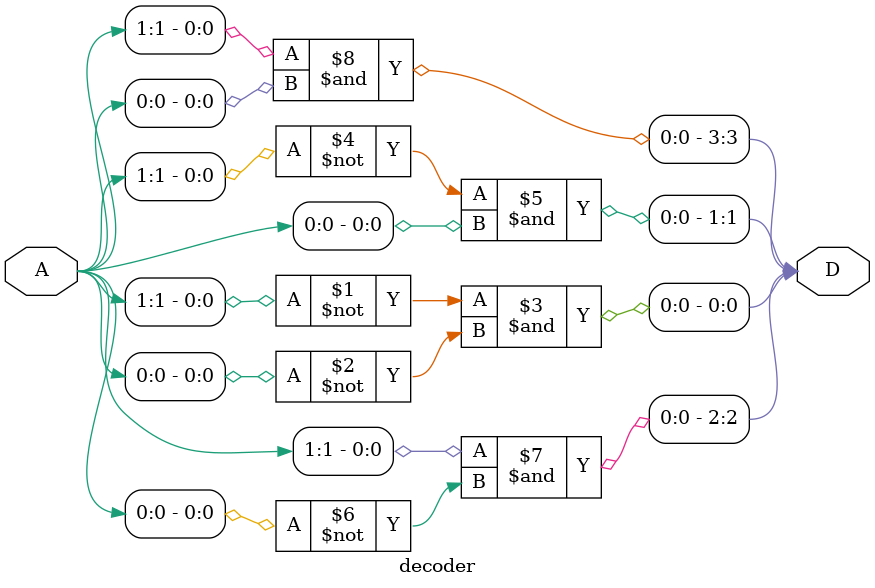
<source format=sv>


module decoder (D,A);
  input [1:0] A;
  output [3:0] D;
  
  assign D[0] = ~A[1] & ~A[0];
  assign D[1] = ~A[1] & A[0];
  assign D[2] = A[1] & ~A[0];
  assign D[3] = A[1] & A[0];
endmodule 
</source>
